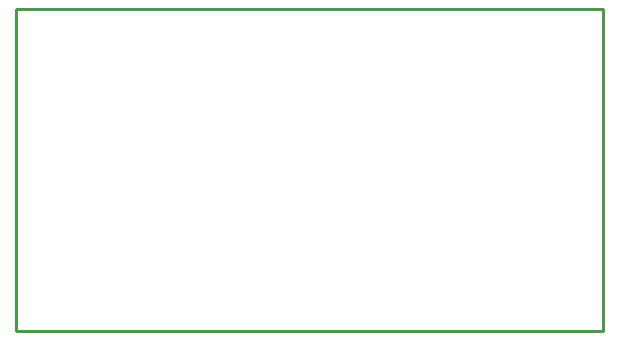
<source format=gbr>
G04 EAGLE Gerber RS-274X export*
G75*
%MOMM*%
%FSLAX34Y34*%
%LPD*%
%IN*%
%IPPOS*%
%AMOC8*
5,1,8,0,0,1.08239X$1,22.5*%
G01*
%ADD10C,0.254000*%


D10*
X0Y0D02*
X496679Y0D01*
X496679Y272824D01*
X0Y272824D01*
X0Y0D01*
M02*

</source>
